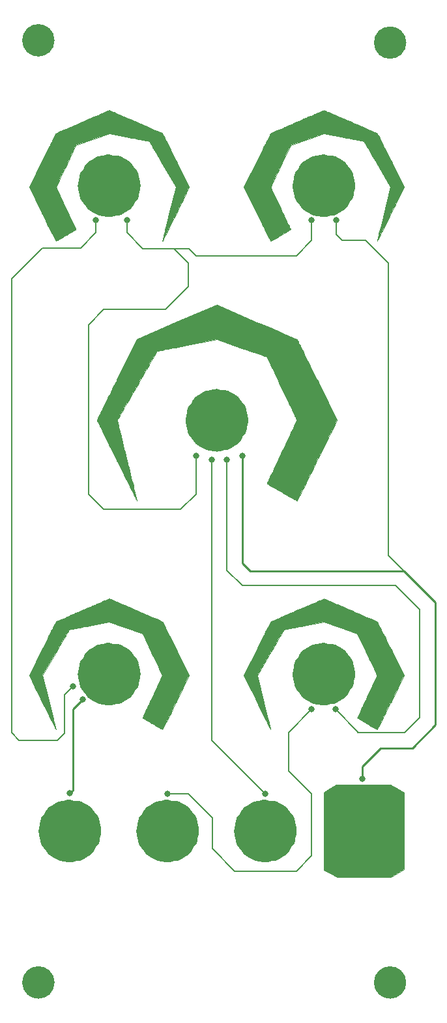
<source format=gtl>
G04 #@! TF.GenerationSoftware,KiCad,Pcbnew,(6.0.9)*
G04 #@! TF.CreationDate,2022-12-13T22:51:57+01:00*
G04 #@! TF.ProjectId,filter-face,66696c74-6572-42d6-9661-63652e6b6963,rev?*
G04 #@! TF.SameCoordinates,Original*
G04 #@! TF.FileFunction,Copper,L1,Top*
G04 #@! TF.FilePolarity,Positive*
%FSLAX46Y46*%
G04 Gerber Fmt 4.6, Leading zero omitted, Abs format (unit mm)*
G04 Created by KiCad (PCBNEW (6.0.9)) date 2022-12-13 22:51:57*
%MOMM*%
%LPD*%
G01*
G04 APERTURE LIST*
G04 #@! TA.AperFunction,NonConductor*
%ADD10C,4.104997*%
G04 #@! TD*
G04 #@! TA.AperFunction,NonConductor*
%ADD11C,2.100000*%
G04 #@! TD*
G04 #@! TA.AperFunction,EtchedComponent*
%ADD12C,0.010000*%
G04 #@! TD*
G04 #@! TA.AperFunction,ViaPad*
%ADD13C,0.800000*%
G04 #@! TD*
G04 #@! TA.AperFunction,Conductor*
%ADD14C,0.200000*%
G04 #@! TD*
G04 #@! TA.AperFunction,Conductor*
%ADD15C,0.250000*%
G04 #@! TD*
G04 APERTURE END LIST*
D10*
X38752498Y-105400000D02*
G75*
G03*
X38752498Y-105400000I-2052498J0D01*
G01*
X38752498Y-41900000D02*
G75*
G03*
X38752498Y-41900000I-2052498J0D01*
G01*
X66652498Y-41900000D02*
G75*
G03*
X66652498Y-41900000I-2052498J0D01*
G01*
X52752498Y-72400000D02*
G75*
G03*
X52752498Y-72400000I-2052498J0D01*
G01*
X66652498Y-105400000D02*
G75*
G03*
X66652498Y-105400000I-2052498J0D01*
G01*
X59052498Y-125800000D02*
G75*
G03*
X59052498Y-125800000I-2052498J0D01*
G01*
X46352498Y-125800000D02*
G75*
G03*
X46352498Y-125800000I-2052498J0D01*
G01*
X33652498Y-125800000D02*
G75*
G03*
X33652498Y-125800000I-2052498J0D01*
G01*
D11*
X28550000Y-145500000D02*
G75*
G03*
X28550000Y-145500000I-1050000J0D01*
G01*
X74250000Y-145500000D02*
G75*
G03*
X74250000Y-145500000I-1050000J0D01*
G01*
X74250000Y-23300000D02*
G75*
G03*
X74250000Y-23300000I-1050000J0D01*
G01*
X28550000Y-23000000D02*
G75*
G03*
X28550000Y-23000000I-1050000J0D01*
G01*
G36*
X36709317Y-95592329D02*
G01*
X36749693Y-95608614D01*
X36825314Y-95640244D01*
X36933790Y-95686185D01*
X37072731Y-95745400D01*
X37239746Y-95816855D01*
X37432446Y-95899514D01*
X37648442Y-95992343D01*
X37885342Y-96094305D01*
X38140758Y-96204367D01*
X38412299Y-96321492D01*
X38697575Y-96444645D01*
X38994197Y-96572792D01*
X39299774Y-96704897D01*
X39611917Y-96839924D01*
X39928235Y-96976840D01*
X40246340Y-97114607D01*
X40563840Y-97252192D01*
X40878346Y-97388559D01*
X41187468Y-97522673D01*
X41488816Y-97653498D01*
X41780000Y-97780000D01*
X42058631Y-97901143D01*
X42322317Y-98015892D01*
X42568671Y-98123212D01*
X42795300Y-98222068D01*
X42999817Y-98311424D01*
X43179829Y-98390245D01*
X43332949Y-98457496D01*
X43456785Y-98512142D01*
X43548949Y-98553148D01*
X43607049Y-98579478D01*
X43628696Y-98590098D01*
X43635807Y-98602329D01*
X43661022Y-98650493D01*
X43703336Y-98733315D01*
X43761807Y-98848905D01*
X43835492Y-98995372D01*
X43923449Y-99170827D01*
X44024736Y-99373378D01*
X44138409Y-99601136D01*
X44263527Y-99852211D01*
X44399146Y-100124712D01*
X44544326Y-100416749D01*
X44698122Y-100726432D01*
X44859593Y-101051870D01*
X45027796Y-101391174D01*
X45201789Y-101742453D01*
X45380628Y-102103817D01*
X47107380Y-105594322D01*
X45376614Y-109094638D01*
X45372288Y-109103386D01*
X45149387Y-109553988D01*
X44944477Y-109967807D01*
X44756945Y-110346057D01*
X44586179Y-110689953D01*
X44431564Y-111000708D01*
X44292488Y-111279537D01*
X44168337Y-111527655D01*
X44058497Y-111746276D01*
X43962356Y-111936614D01*
X43879300Y-112099884D01*
X43808716Y-112237299D01*
X43749991Y-112350075D01*
X43702510Y-112439425D01*
X43665661Y-112506564D01*
X43638830Y-112552707D01*
X43621405Y-112579067D01*
X43612771Y-112586859D01*
X43608698Y-112585352D01*
X43572703Y-112567230D01*
X43505468Y-112530667D01*
X43410571Y-112477741D01*
X43291589Y-112410529D01*
X43152101Y-112331110D01*
X42995684Y-112241561D01*
X42825915Y-112143960D01*
X42646372Y-112040386D01*
X42460633Y-111932915D01*
X42272275Y-111823626D01*
X42084877Y-111714596D01*
X41902015Y-111607904D01*
X41727268Y-111505627D01*
X41564213Y-111409843D01*
X41416427Y-111322630D01*
X41287489Y-111246066D01*
X41180976Y-111182228D01*
X41100466Y-111133195D01*
X41049537Y-111101044D01*
X41031765Y-111087854D01*
X41038657Y-111071190D01*
X41062632Y-111018154D01*
X41102808Y-110930920D01*
X41158168Y-110811651D01*
X41227700Y-110662510D01*
X41310388Y-110485662D01*
X41405217Y-110283270D01*
X41511172Y-110057498D01*
X41627240Y-109810508D01*
X41752405Y-109544465D01*
X41885653Y-109261533D01*
X42025969Y-108963874D01*
X42172337Y-108653652D01*
X42323745Y-108333031D01*
X43615725Y-105598311D01*
X43577870Y-105514277D01*
X43570920Y-105499262D01*
X43546078Y-105446243D01*
X43504917Y-105358716D01*
X43448505Y-105238944D01*
X43377910Y-105089190D01*
X43294202Y-104911717D01*
X43198447Y-104708790D01*
X43091714Y-104482670D01*
X42975071Y-104235621D01*
X42849587Y-103969907D01*
X42716329Y-103687791D01*
X42576367Y-103391535D01*
X42430767Y-103083404D01*
X42280598Y-102765660D01*
X41021182Y-100101076D01*
X38859353Y-99353107D01*
X36697523Y-98605137D01*
X34107436Y-99103509D01*
X33793088Y-99164013D01*
X33479821Y-99224346D01*
X33180658Y-99282002D01*
X32898096Y-99336496D01*
X32634631Y-99387346D01*
X32392761Y-99434069D01*
X32174983Y-99476182D01*
X31983794Y-99513203D01*
X31821691Y-99544648D01*
X31691173Y-99570034D01*
X31594735Y-99588879D01*
X31534875Y-99600700D01*
X31514091Y-99605013D01*
X31506297Y-99618279D01*
X31478474Y-99666206D01*
X31431543Y-99747244D01*
X31366613Y-99859471D01*
X31284795Y-100000963D01*
X31187203Y-100169797D01*
X31074945Y-100364050D01*
X30949133Y-100581800D01*
X30810879Y-100821122D01*
X30661294Y-101080094D01*
X30501488Y-101356792D01*
X30332573Y-101649295D01*
X30155660Y-101955677D01*
X29971860Y-102274017D01*
X29782284Y-102602392D01*
X28053735Y-105596640D01*
X28914978Y-109079392D01*
X28926102Y-109124373D01*
X29018642Y-109498439D01*
X29108440Y-109861172D01*
X29194965Y-110210446D01*
X29277689Y-110544135D01*
X29356084Y-110860113D01*
X29429619Y-111156253D01*
X29497766Y-111430429D01*
X29559997Y-111680516D01*
X29615781Y-111904388D01*
X29664590Y-112099917D01*
X29705894Y-112264978D01*
X29739166Y-112397445D01*
X29763876Y-112495191D01*
X29779494Y-112556092D01*
X29785493Y-112578019D01*
X29787025Y-112581306D01*
X29776945Y-112593894D01*
X29774513Y-112591007D01*
X29755841Y-112558277D01*
X29720297Y-112491172D01*
X29669189Y-112392285D01*
X29603824Y-112264211D01*
X29525509Y-112109542D01*
X29435550Y-111930871D01*
X29335255Y-111730793D01*
X29225931Y-111511900D01*
X29108885Y-111276786D01*
X28985424Y-111028045D01*
X28856855Y-110768269D01*
X28831865Y-110717705D01*
X28675402Y-110401192D01*
X28506570Y-110059746D01*
X28328824Y-109700354D01*
X28145624Y-109330004D01*
X27960426Y-108955684D01*
X27776687Y-108584381D01*
X27597866Y-108223084D01*
X27427420Y-107878779D01*
X27268806Y-107558455D01*
X27125482Y-107269098D01*
X26296379Y-105595553D01*
X28023878Y-102104466D01*
X28157929Y-101833648D01*
X28333305Y-101479604D01*
X28503134Y-101137051D01*
X28666473Y-100807881D01*
X28822380Y-100493982D01*
X28969910Y-100197246D01*
X29108122Y-99919563D01*
X29236073Y-99662823D01*
X29352819Y-99428917D01*
X29457418Y-99219734D01*
X29548926Y-99037164D01*
X29626401Y-98883099D01*
X29688901Y-98759429D01*
X29735481Y-98668043D01*
X29765199Y-98610833D01*
X29777112Y-98589688D01*
X29783199Y-98586403D01*
X29823327Y-98567778D01*
X29898714Y-98533966D01*
X30006968Y-98486002D01*
X30145701Y-98424920D01*
X30312523Y-98351755D01*
X30505044Y-98267543D01*
X30720875Y-98173317D01*
X30957627Y-98070113D01*
X31212910Y-97958966D01*
X31484334Y-97840910D01*
X31769510Y-97716980D01*
X32066049Y-97588212D01*
X32371560Y-97455639D01*
X32683656Y-97320296D01*
X32999945Y-97183219D01*
X33318038Y-97045443D01*
X33635547Y-96908001D01*
X33950081Y-96771930D01*
X34259251Y-96638263D01*
X34560667Y-96508036D01*
X34851940Y-96382282D01*
X35130681Y-96262039D01*
X35394500Y-96148339D01*
X35641007Y-96042218D01*
X35867813Y-95944710D01*
X36072529Y-95856851D01*
X36252764Y-95779675D01*
X36406130Y-95714218D01*
X36530237Y-95661513D01*
X36622695Y-95622596D01*
X36681116Y-95598501D01*
X36703108Y-95590264D01*
X36709317Y-95592329D01*
G37*
D12*
X36709317Y-95592329D02*
X36749693Y-95608614D01*
X36825314Y-95640244D01*
X36933790Y-95686185D01*
X37072731Y-95745400D01*
X37239746Y-95816855D01*
X37432446Y-95899514D01*
X37648442Y-95992343D01*
X37885342Y-96094305D01*
X38140758Y-96204367D01*
X38412299Y-96321492D01*
X38697575Y-96444645D01*
X38994197Y-96572792D01*
X39299774Y-96704897D01*
X39611917Y-96839924D01*
X39928235Y-96976840D01*
X40246340Y-97114607D01*
X40563840Y-97252192D01*
X40878346Y-97388559D01*
X41187468Y-97522673D01*
X41488816Y-97653498D01*
X41780000Y-97780000D01*
X42058631Y-97901143D01*
X42322317Y-98015892D01*
X42568671Y-98123212D01*
X42795300Y-98222068D01*
X42999817Y-98311424D01*
X43179829Y-98390245D01*
X43332949Y-98457496D01*
X43456785Y-98512142D01*
X43548949Y-98553148D01*
X43607049Y-98579478D01*
X43628696Y-98590098D01*
X43635807Y-98602329D01*
X43661022Y-98650493D01*
X43703336Y-98733315D01*
X43761807Y-98848905D01*
X43835492Y-98995372D01*
X43923449Y-99170827D01*
X44024736Y-99373378D01*
X44138409Y-99601136D01*
X44263527Y-99852211D01*
X44399146Y-100124712D01*
X44544326Y-100416749D01*
X44698122Y-100726432D01*
X44859593Y-101051870D01*
X45027796Y-101391174D01*
X45201789Y-101742453D01*
X45380628Y-102103817D01*
X47107380Y-105594322D01*
X45376614Y-109094638D01*
X45372288Y-109103386D01*
X45149387Y-109553988D01*
X44944477Y-109967807D01*
X44756945Y-110346057D01*
X44586179Y-110689953D01*
X44431564Y-111000708D01*
X44292488Y-111279537D01*
X44168337Y-111527655D01*
X44058497Y-111746276D01*
X43962356Y-111936614D01*
X43879300Y-112099884D01*
X43808716Y-112237299D01*
X43749991Y-112350075D01*
X43702510Y-112439425D01*
X43665661Y-112506564D01*
X43638830Y-112552707D01*
X43621405Y-112579067D01*
X43612771Y-112586859D01*
X43608698Y-112585352D01*
X43572703Y-112567230D01*
X43505468Y-112530667D01*
X43410571Y-112477741D01*
X43291589Y-112410529D01*
X43152101Y-112331110D01*
X42995684Y-112241561D01*
X42825915Y-112143960D01*
X42646372Y-112040386D01*
X42460633Y-111932915D01*
X42272275Y-111823626D01*
X42084877Y-111714596D01*
X41902015Y-111607904D01*
X41727268Y-111505627D01*
X41564213Y-111409843D01*
X41416427Y-111322630D01*
X41287489Y-111246066D01*
X41180976Y-111182228D01*
X41100466Y-111133195D01*
X41049537Y-111101044D01*
X41031765Y-111087854D01*
X41038657Y-111071190D01*
X41062632Y-111018154D01*
X41102808Y-110930920D01*
X41158168Y-110811651D01*
X41227700Y-110662510D01*
X41310388Y-110485662D01*
X41405217Y-110283270D01*
X41511172Y-110057498D01*
X41627240Y-109810508D01*
X41752405Y-109544465D01*
X41885653Y-109261533D01*
X42025969Y-108963874D01*
X42172337Y-108653652D01*
X42323745Y-108333031D01*
X43615725Y-105598311D01*
X43577870Y-105514277D01*
X43570920Y-105499262D01*
X43546078Y-105446243D01*
X43504917Y-105358716D01*
X43448505Y-105238944D01*
X43377910Y-105089190D01*
X43294202Y-104911717D01*
X43198447Y-104708790D01*
X43091714Y-104482670D01*
X42975071Y-104235621D01*
X42849587Y-103969907D01*
X42716329Y-103687791D01*
X42576367Y-103391535D01*
X42430767Y-103083404D01*
X42280598Y-102765660D01*
X41021182Y-100101076D01*
X38859353Y-99353107D01*
X36697523Y-98605137D01*
X34107436Y-99103509D01*
X33793088Y-99164013D01*
X33479821Y-99224346D01*
X33180658Y-99282002D01*
X32898096Y-99336496D01*
X32634631Y-99387346D01*
X32392761Y-99434069D01*
X32174983Y-99476182D01*
X31983794Y-99513203D01*
X31821691Y-99544648D01*
X31691173Y-99570034D01*
X31594735Y-99588879D01*
X31534875Y-99600700D01*
X31514091Y-99605013D01*
X31506297Y-99618279D01*
X31478474Y-99666206D01*
X31431543Y-99747244D01*
X31366613Y-99859471D01*
X31284795Y-100000963D01*
X31187203Y-100169797D01*
X31074945Y-100364050D01*
X30949133Y-100581800D01*
X30810879Y-100821122D01*
X30661294Y-101080094D01*
X30501488Y-101356792D01*
X30332573Y-101649295D01*
X30155660Y-101955677D01*
X29971860Y-102274017D01*
X29782284Y-102602392D01*
X28053735Y-105596640D01*
X28914978Y-109079392D01*
X28926102Y-109124373D01*
X29018642Y-109498439D01*
X29108440Y-109861172D01*
X29194965Y-110210446D01*
X29277689Y-110544135D01*
X29356084Y-110860113D01*
X29429619Y-111156253D01*
X29497766Y-111430429D01*
X29559997Y-111680516D01*
X29615781Y-111904388D01*
X29664590Y-112099917D01*
X29705894Y-112264978D01*
X29739166Y-112397445D01*
X29763876Y-112495191D01*
X29779494Y-112556092D01*
X29785493Y-112578019D01*
X29787025Y-112581306D01*
X29776945Y-112593894D01*
X29774513Y-112591007D01*
X29755841Y-112558277D01*
X29720297Y-112491172D01*
X29669189Y-112392285D01*
X29603824Y-112264211D01*
X29525509Y-112109542D01*
X29435550Y-111930871D01*
X29335255Y-111730793D01*
X29225931Y-111511900D01*
X29108885Y-111276786D01*
X28985424Y-111028045D01*
X28856855Y-110768269D01*
X28831865Y-110717705D01*
X28675402Y-110401192D01*
X28506570Y-110059746D01*
X28328824Y-109700354D01*
X28145624Y-109330004D01*
X27960426Y-108955684D01*
X27776687Y-108584381D01*
X27597866Y-108223084D01*
X27427420Y-107878779D01*
X27268806Y-107558455D01*
X27125482Y-107269098D01*
X26296379Y-105595553D01*
X28023878Y-102104466D01*
X28157929Y-101833648D01*
X28333305Y-101479604D01*
X28503134Y-101137051D01*
X28666473Y-100807881D01*
X28822380Y-100493982D01*
X28969910Y-100197246D01*
X29108122Y-99919563D01*
X29236073Y-99662823D01*
X29352819Y-99428917D01*
X29457418Y-99219734D01*
X29548926Y-99037164D01*
X29626401Y-98883099D01*
X29688901Y-98759429D01*
X29735481Y-98668043D01*
X29765199Y-98610833D01*
X29777112Y-98589688D01*
X29783199Y-98586403D01*
X29823327Y-98567778D01*
X29898714Y-98533966D01*
X30006968Y-98486002D01*
X30145701Y-98424920D01*
X30312523Y-98351755D01*
X30505044Y-98267543D01*
X30720875Y-98173317D01*
X30957627Y-98070113D01*
X31212910Y-97958966D01*
X31484334Y-97840910D01*
X31769510Y-97716980D01*
X32066049Y-97588212D01*
X32371560Y-97455639D01*
X32683656Y-97320296D01*
X32999945Y-97183219D01*
X33318038Y-97045443D01*
X33635547Y-96908001D01*
X33950081Y-96771930D01*
X34259251Y-96638263D01*
X34560667Y-96508036D01*
X34851940Y-96382282D01*
X35130681Y-96262039D01*
X35394500Y-96148339D01*
X35641007Y-96042218D01*
X35867813Y-95944710D01*
X36072529Y-95856851D01*
X36252764Y-95779675D01*
X36406130Y-95714218D01*
X36530237Y-95661513D01*
X36622695Y-95622596D01*
X36681116Y-95598501D01*
X36703108Y-95590264D01*
X36709317Y-95592329D01*
G36*
X55905559Y-59625786D02*
G01*
X56352551Y-59819404D01*
X56789356Y-60008712D01*
X57214382Y-60193016D01*
X57626037Y-60371622D01*
X58022731Y-60543836D01*
X58402870Y-60708966D01*
X58764864Y-60866317D01*
X59107122Y-61015196D01*
X59428050Y-61154910D01*
X59726059Y-61284764D01*
X59999555Y-61404066D01*
X60246948Y-61512122D01*
X60466646Y-61608238D01*
X60657058Y-61691721D01*
X60816591Y-61761877D01*
X60943654Y-61818013D01*
X61036656Y-61859435D01*
X61094004Y-61885450D01*
X61114108Y-61895364D01*
X61114117Y-61895383D01*
X61123851Y-61915501D01*
X61151611Y-61972023D01*
X61196636Y-62063411D01*
X61258169Y-62188131D01*
X61335449Y-62344648D01*
X61427717Y-62531426D01*
X61534215Y-62746930D01*
X61654183Y-62989626D01*
X61786861Y-63257977D01*
X61931492Y-63550449D01*
X62087314Y-63865506D01*
X62253570Y-64201613D01*
X62429500Y-64557235D01*
X62614345Y-64930837D01*
X62807345Y-65320884D01*
X63007742Y-65725839D01*
X63214776Y-66144169D01*
X63427688Y-66574338D01*
X63645719Y-67014810D01*
X63710659Y-67145995D01*
X66301721Y-72380167D01*
X65999226Y-72998100D01*
X65942294Y-73114171D01*
X65870129Y-73260920D01*
X65783678Y-73436435D01*
X65683887Y-73638806D01*
X65571703Y-73866123D01*
X65448073Y-74116476D01*
X65313943Y-74387955D01*
X65170259Y-74678648D01*
X65017968Y-74986646D01*
X64858016Y-75310039D01*
X64691351Y-75646916D01*
X64518919Y-75995367D01*
X64341666Y-76353481D01*
X64160538Y-76719349D01*
X63976483Y-77091060D01*
X63790447Y-77466704D01*
X63603377Y-77844370D01*
X63416218Y-78222148D01*
X63229918Y-78598129D01*
X63045424Y-78970400D01*
X62863681Y-79337053D01*
X62685636Y-79696178D01*
X62512236Y-80045862D01*
X62344427Y-80384198D01*
X62183156Y-80709273D01*
X62029370Y-81019178D01*
X61884014Y-81312003D01*
X61748037Y-81585837D01*
X61622383Y-81838770D01*
X61508000Y-82068891D01*
X61405834Y-82274291D01*
X61316832Y-82453060D01*
X61241940Y-82603285D01*
X61182105Y-82723059D01*
X61138274Y-82810469D01*
X61111392Y-82863607D01*
X61102443Y-82880584D01*
X61083346Y-82871539D01*
X61030471Y-82843040D01*
X60946729Y-82796750D01*
X60835030Y-82734333D01*
X60698286Y-82657452D01*
X60539408Y-82567771D01*
X60361308Y-82466952D01*
X60166897Y-82356658D01*
X59959087Y-82238554D01*
X59740788Y-82114303D01*
X59514912Y-81985567D01*
X59284371Y-81854010D01*
X59052076Y-81721295D01*
X58820937Y-81589086D01*
X58593867Y-81459045D01*
X58373776Y-81332837D01*
X58163577Y-81212124D01*
X57966180Y-81098569D01*
X57784496Y-80993837D01*
X57621438Y-80899590D01*
X57479916Y-80817491D01*
X57362842Y-80749204D01*
X57273127Y-80696392D01*
X57213682Y-80660719D01*
X57187585Y-80643977D01*
X57195985Y-80624735D01*
X57221656Y-80568969D01*
X57263776Y-80478426D01*
X57321522Y-80354853D01*
X57394073Y-80199999D01*
X57480606Y-80015610D01*
X57580298Y-79803433D01*
X57692327Y-79565218D01*
X57815870Y-79302709D01*
X57950106Y-79017657D01*
X58094212Y-78711806D01*
X58247365Y-78386906D01*
X58408743Y-78044704D01*
X58577523Y-77686946D01*
X58752884Y-77315381D01*
X58934002Y-76931755D01*
X59120056Y-76537817D01*
X59130484Y-76515741D01*
X59320862Y-76112466D01*
X59505611Y-75720601D01*
X59683944Y-75341836D01*
X59855074Y-74977859D01*
X60018215Y-74630358D01*
X60172581Y-74301022D01*
X60317383Y-73991540D01*
X60451836Y-73703598D01*
X60575154Y-73438888D01*
X60686548Y-73199095D01*
X60785233Y-72985910D01*
X60870423Y-72801021D01*
X60941329Y-72646116D01*
X60997166Y-72522883D01*
X61037147Y-72433011D01*
X61060485Y-72378189D01*
X61066613Y-72360222D01*
X61056950Y-72339361D01*
X61030235Y-72282381D01*
X60987479Y-72191424D01*
X60929694Y-72068631D01*
X60857889Y-71916146D01*
X60773076Y-71736110D01*
X60676266Y-71530667D01*
X60568468Y-71301958D01*
X60450695Y-71052126D01*
X60323956Y-70783314D01*
X60189263Y-70497663D01*
X60047625Y-70197316D01*
X59900055Y-69884416D01*
X59747563Y-69561105D01*
X59591160Y-69229525D01*
X59431855Y-68891819D01*
X59270661Y-68550129D01*
X59108588Y-68206598D01*
X58946646Y-67863367D01*
X58785847Y-67522580D01*
X58627201Y-67186379D01*
X58471719Y-66856905D01*
X58320412Y-66536302D01*
X58174291Y-66226712D01*
X58034366Y-65930277D01*
X57901648Y-65649140D01*
X57777147Y-65385443D01*
X57661876Y-65141328D01*
X57556844Y-64918939D01*
X57463062Y-64720416D01*
X57381541Y-64547903D01*
X57313292Y-64403543D01*
X57259325Y-64289476D01*
X57220652Y-64207847D01*
X57198283Y-64160797D01*
X57192827Y-64149513D01*
X57172847Y-64142151D01*
X57114969Y-64121671D01*
X57021297Y-64088807D01*
X56893937Y-64044290D01*
X56734994Y-63988852D01*
X56546573Y-63923225D01*
X56330780Y-63848141D01*
X56089721Y-63764332D01*
X55825499Y-63672530D01*
X55540221Y-63573467D01*
X55235992Y-63467875D01*
X54914917Y-63356486D01*
X54579102Y-63240032D01*
X54230651Y-63119245D01*
X53945829Y-63020549D01*
X50701780Y-61896604D01*
X46818280Y-62644039D01*
X46419499Y-62720833D01*
X46031844Y-62795568D01*
X45657363Y-62867846D01*
X45298103Y-62937268D01*
X44956111Y-63003438D01*
X44633433Y-63065955D01*
X44332118Y-63124422D01*
X44054211Y-63178441D01*
X43801759Y-63227614D01*
X43576811Y-63271541D01*
X43381412Y-63309826D01*
X43217610Y-63342070D01*
X43087452Y-63367874D01*
X42992984Y-63386841D01*
X42936254Y-63398572D01*
X42919183Y-63402586D01*
X42907080Y-63421839D01*
X42874976Y-63475847D01*
X42823979Y-63562693D01*
X42755194Y-63680460D01*
X42669727Y-63827231D01*
X42568686Y-64001088D01*
X42453174Y-64200116D01*
X42324300Y-64422395D01*
X42183169Y-64666011D01*
X42030888Y-64929045D01*
X41868561Y-65209580D01*
X41697296Y-65505699D01*
X41518199Y-65815485D01*
X41332376Y-66137022D01*
X41140932Y-66468391D01*
X40944975Y-66807676D01*
X40745610Y-67152960D01*
X40543943Y-67502325D01*
X40341081Y-67853855D01*
X40138130Y-68205632D01*
X39936195Y-68555740D01*
X39736383Y-68902260D01*
X39539801Y-69243277D01*
X39347553Y-69576873D01*
X39160748Y-69901131D01*
X38980489Y-70214133D01*
X38807885Y-70513964D01*
X38644040Y-70798704D01*
X38490061Y-71066439D01*
X38347055Y-71315250D01*
X38216127Y-71543220D01*
X38098383Y-71748432D01*
X37994929Y-71928969D01*
X37906873Y-72082914D01*
X37835319Y-72208351D01*
X37781375Y-72303361D01*
X37746145Y-72366028D01*
X37730737Y-72394434D01*
X37730111Y-72395947D01*
X37735127Y-72417862D01*
X37749891Y-72479137D01*
X37773974Y-72578036D01*
X37806949Y-72712828D01*
X37848390Y-72881778D01*
X37897869Y-73083153D01*
X37954958Y-73315219D01*
X38019230Y-73576243D01*
X38090258Y-73864492D01*
X38167614Y-74178231D01*
X38250871Y-74515727D01*
X38339601Y-74875248D01*
X38433378Y-75255058D01*
X38531774Y-75653425D01*
X38634362Y-76068616D01*
X38740713Y-76498896D01*
X38850402Y-76942532D01*
X38963000Y-77397791D01*
X39022250Y-77637295D01*
X39136157Y-78097874D01*
X39247330Y-78547728D01*
X39355341Y-78985125D01*
X39459767Y-79408330D01*
X39560181Y-79815612D01*
X39656159Y-80205235D01*
X39747275Y-80575467D01*
X39833104Y-80924574D01*
X39913221Y-81250823D01*
X39987201Y-81552481D01*
X40054618Y-81827813D01*
X40115047Y-82075087D01*
X40168062Y-82292570D01*
X40213239Y-82478527D01*
X40250153Y-82631226D01*
X40278377Y-82748933D01*
X40297487Y-82829914D01*
X40307058Y-82872436D01*
X40308125Y-82878770D01*
X40298338Y-82861648D01*
X40270553Y-82808096D01*
X40225528Y-82719636D01*
X40164020Y-82597788D01*
X40086786Y-82444074D01*
X39994584Y-82260017D01*
X39888172Y-82047137D01*
X39768306Y-81806956D01*
X39635745Y-81540996D01*
X39491245Y-81250779D01*
X39335565Y-80937825D01*
X39169461Y-80603657D01*
X38993692Y-80249795D01*
X38809014Y-79877763D01*
X38616186Y-79489080D01*
X38415964Y-79085269D01*
X38209107Y-78667852D01*
X37996371Y-78238349D01*
X37778514Y-77798283D01*
X37708945Y-77657708D01*
X37489477Y-77214149D01*
X37274912Y-76780383D01*
X37066007Y-76357948D01*
X36863521Y-75948383D01*
X36668213Y-75553224D01*
X36480842Y-75174010D01*
X36302165Y-74812279D01*
X36132943Y-74469569D01*
X35973932Y-74147416D01*
X35825893Y-73847360D01*
X35689584Y-73570937D01*
X35565763Y-73319687D01*
X35455189Y-73095145D01*
X35358620Y-72898851D01*
X35276816Y-72732343D01*
X35210536Y-72597157D01*
X35160536Y-72494832D01*
X35127578Y-72426906D01*
X35112418Y-72394916D01*
X35111454Y-72392554D01*
X35120341Y-72371681D01*
X35147280Y-72314418D01*
X35191515Y-72222302D01*
X35252290Y-72096869D01*
X35328850Y-71939654D01*
X35420439Y-71752195D01*
X35526301Y-71536028D01*
X35645680Y-71292689D01*
X35777821Y-71023714D01*
X35921968Y-70730640D01*
X36077364Y-70415003D01*
X36243256Y-70078340D01*
X36418886Y-69722185D01*
X36603498Y-69348077D01*
X36796338Y-68957551D01*
X36996649Y-68552143D01*
X37203676Y-68133390D01*
X37416663Y-67702828D01*
X37634854Y-67261994D01*
X37704371Y-67121594D01*
X40301861Y-61875989D01*
X45502171Y-59624309D01*
X50702480Y-57372628D01*
X55905559Y-59625786D01*
G37*
X55905559Y-59625786D02*
X56352551Y-59819404D01*
X56789356Y-60008712D01*
X57214382Y-60193016D01*
X57626037Y-60371622D01*
X58022731Y-60543836D01*
X58402870Y-60708966D01*
X58764864Y-60866317D01*
X59107122Y-61015196D01*
X59428050Y-61154910D01*
X59726059Y-61284764D01*
X59999555Y-61404066D01*
X60246948Y-61512122D01*
X60466646Y-61608238D01*
X60657058Y-61691721D01*
X60816591Y-61761877D01*
X60943654Y-61818013D01*
X61036656Y-61859435D01*
X61094004Y-61885450D01*
X61114108Y-61895364D01*
X61114117Y-61895383D01*
X61123851Y-61915501D01*
X61151611Y-61972023D01*
X61196636Y-62063411D01*
X61258169Y-62188131D01*
X61335449Y-62344648D01*
X61427717Y-62531426D01*
X61534215Y-62746930D01*
X61654183Y-62989626D01*
X61786861Y-63257977D01*
X61931492Y-63550449D01*
X62087314Y-63865506D01*
X62253570Y-64201613D01*
X62429500Y-64557235D01*
X62614345Y-64930837D01*
X62807345Y-65320884D01*
X63007742Y-65725839D01*
X63214776Y-66144169D01*
X63427688Y-66574338D01*
X63645719Y-67014810D01*
X63710659Y-67145995D01*
X66301721Y-72380167D01*
X65999226Y-72998100D01*
X65942294Y-73114171D01*
X65870129Y-73260920D01*
X65783678Y-73436435D01*
X65683887Y-73638806D01*
X65571703Y-73866123D01*
X65448073Y-74116476D01*
X65313943Y-74387955D01*
X65170259Y-74678648D01*
X65017968Y-74986646D01*
X64858016Y-75310039D01*
X64691351Y-75646916D01*
X64518919Y-75995367D01*
X64341666Y-76353481D01*
X64160538Y-76719349D01*
X63976483Y-77091060D01*
X63790447Y-77466704D01*
X63603377Y-77844370D01*
X63416218Y-78222148D01*
X63229918Y-78598129D01*
X63045424Y-78970400D01*
X62863681Y-79337053D01*
X62685636Y-79696178D01*
X62512236Y-80045862D01*
X62344427Y-80384198D01*
X62183156Y-80709273D01*
X62029370Y-81019178D01*
X61884014Y-81312003D01*
X61748037Y-81585837D01*
X61622383Y-81838770D01*
X61508000Y-82068891D01*
X61405834Y-82274291D01*
X61316832Y-82453060D01*
X61241940Y-82603285D01*
X61182105Y-82723059D01*
X61138274Y-82810469D01*
X61111392Y-82863607D01*
X61102443Y-82880584D01*
X61083346Y-82871539D01*
X61030471Y-82843040D01*
X60946729Y-82796750D01*
X60835030Y-82734333D01*
X60698286Y-82657452D01*
X60539408Y-82567771D01*
X60361308Y-82466952D01*
X60166897Y-82356658D01*
X59959087Y-82238554D01*
X59740788Y-82114303D01*
X59514912Y-81985567D01*
X59284371Y-81854010D01*
X59052076Y-81721295D01*
X58820937Y-81589086D01*
X58593867Y-81459045D01*
X58373776Y-81332837D01*
X58163577Y-81212124D01*
X57966180Y-81098569D01*
X57784496Y-80993837D01*
X57621438Y-80899590D01*
X57479916Y-80817491D01*
X57362842Y-80749204D01*
X57273127Y-80696392D01*
X57213682Y-80660719D01*
X57187585Y-80643977D01*
X57195985Y-80624735D01*
X57221656Y-80568969D01*
X57263776Y-80478426D01*
X57321522Y-80354853D01*
X57394073Y-80199999D01*
X57480606Y-80015610D01*
X57580298Y-79803433D01*
X57692327Y-79565218D01*
X57815870Y-79302709D01*
X57950106Y-79017657D01*
X58094212Y-78711806D01*
X58247365Y-78386906D01*
X58408743Y-78044704D01*
X58577523Y-77686946D01*
X58752884Y-77315381D01*
X58934002Y-76931755D01*
X59120056Y-76537817D01*
X59130484Y-76515741D01*
X59320862Y-76112466D01*
X59505611Y-75720601D01*
X59683944Y-75341836D01*
X59855074Y-74977859D01*
X60018215Y-74630358D01*
X60172581Y-74301022D01*
X60317383Y-73991540D01*
X60451836Y-73703598D01*
X60575154Y-73438888D01*
X60686548Y-73199095D01*
X60785233Y-72985910D01*
X60870423Y-72801021D01*
X60941329Y-72646116D01*
X60997166Y-72522883D01*
X61037147Y-72433011D01*
X61060485Y-72378189D01*
X61066613Y-72360222D01*
X61056950Y-72339361D01*
X61030235Y-72282381D01*
X60987479Y-72191424D01*
X60929694Y-72068631D01*
X60857889Y-71916146D01*
X60773076Y-71736110D01*
X60676266Y-71530667D01*
X60568468Y-71301958D01*
X60450695Y-71052126D01*
X60323956Y-70783314D01*
X60189263Y-70497663D01*
X60047625Y-70197316D01*
X59900055Y-69884416D01*
X59747563Y-69561105D01*
X59591160Y-69229525D01*
X59431855Y-68891819D01*
X59270661Y-68550129D01*
X59108588Y-68206598D01*
X58946646Y-67863367D01*
X58785847Y-67522580D01*
X58627201Y-67186379D01*
X58471719Y-66856905D01*
X58320412Y-66536302D01*
X58174291Y-66226712D01*
X58034366Y-65930277D01*
X57901648Y-65649140D01*
X57777147Y-65385443D01*
X57661876Y-65141328D01*
X57556844Y-64918939D01*
X57463062Y-64720416D01*
X57381541Y-64547903D01*
X57313292Y-64403543D01*
X57259325Y-64289476D01*
X57220652Y-64207847D01*
X57198283Y-64160797D01*
X57192827Y-64149513D01*
X57172847Y-64142151D01*
X57114969Y-64121671D01*
X57021297Y-64088807D01*
X56893937Y-64044290D01*
X56734994Y-63988852D01*
X56546573Y-63923225D01*
X56330780Y-63848141D01*
X56089721Y-63764332D01*
X55825499Y-63672530D01*
X55540221Y-63573467D01*
X55235992Y-63467875D01*
X54914917Y-63356486D01*
X54579102Y-63240032D01*
X54230651Y-63119245D01*
X53945829Y-63020549D01*
X50701780Y-61896604D01*
X46818280Y-62644039D01*
X46419499Y-62720833D01*
X46031844Y-62795568D01*
X45657363Y-62867846D01*
X45298103Y-62937268D01*
X44956111Y-63003438D01*
X44633433Y-63065955D01*
X44332118Y-63124422D01*
X44054211Y-63178441D01*
X43801759Y-63227614D01*
X43576811Y-63271541D01*
X43381412Y-63309826D01*
X43217610Y-63342070D01*
X43087452Y-63367874D01*
X42992984Y-63386841D01*
X42936254Y-63398572D01*
X42919183Y-63402586D01*
X42907080Y-63421839D01*
X42874976Y-63475847D01*
X42823979Y-63562693D01*
X42755194Y-63680460D01*
X42669727Y-63827231D01*
X42568686Y-64001088D01*
X42453174Y-64200116D01*
X42324300Y-64422395D01*
X42183169Y-64666011D01*
X42030888Y-64929045D01*
X41868561Y-65209580D01*
X41697296Y-65505699D01*
X41518199Y-65815485D01*
X41332376Y-66137022D01*
X41140932Y-66468391D01*
X40944975Y-66807676D01*
X40745610Y-67152960D01*
X40543943Y-67502325D01*
X40341081Y-67853855D01*
X40138130Y-68205632D01*
X39936195Y-68555740D01*
X39736383Y-68902260D01*
X39539801Y-69243277D01*
X39347553Y-69576873D01*
X39160748Y-69901131D01*
X38980489Y-70214133D01*
X38807885Y-70513964D01*
X38644040Y-70798704D01*
X38490061Y-71066439D01*
X38347055Y-71315250D01*
X38216127Y-71543220D01*
X38098383Y-71748432D01*
X37994929Y-71928969D01*
X37906873Y-72082914D01*
X37835319Y-72208351D01*
X37781375Y-72303361D01*
X37746145Y-72366028D01*
X37730737Y-72394434D01*
X37730111Y-72395947D01*
X37735127Y-72417862D01*
X37749891Y-72479137D01*
X37773974Y-72578036D01*
X37806949Y-72712828D01*
X37848390Y-72881778D01*
X37897869Y-73083153D01*
X37954958Y-73315219D01*
X38019230Y-73576243D01*
X38090258Y-73864492D01*
X38167614Y-74178231D01*
X38250871Y-74515727D01*
X38339601Y-74875248D01*
X38433378Y-75255058D01*
X38531774Y-75653425D01*
X38634362Y-76068616D01*
X38740713Y-76498896D01*
X38850402Y-76942532D01*
X38963000Y-77397791D01*
X39022250Y-77637295D01*
X39136157Y-78097874D01*
X39247330Y-78547728D01*
X39355341Y-78985125D01*
X39459767Y-79408330D01*
X39560181Y-79815612D01*
X39656159Y-80205235D01*
X39747275Y-80575467D01*
X39833104Y-80924574D01*
X39913221Y-81250823D01*
X39987201Y-81552481D01*
X40054618Y-81827813D01*
X40115047Y-82075087D01*
X40168062Y-82292570D01*
X40213239Y-82478527D01*
X40250153Y-82631226D01*
X40278377Y-82748933D01*
X40297487Y-82829914D01*
X40307058Y-82872436D01*
X40308125Y-82878770D01*
X40298338Y-82861648D01*
X40270553Y-82808096D01*
X40225528Y-82719636D01*
X40164020Y-82597788D01*
X40086786Y-82444074D01*
X39994584Y-82260017D01*
X39888172Y-82047137D01*
X39768306Y-81806956D01*
X39635745Y-81540996D01*
X39491245Y-81250779D01*
X39335565Y-80937825D01*
X39169461Y-80603657D01*
X38993692Y-80249795D01*
X38809014Y-79877763D01*
X38616186Y-79489080D01*
X38415964Y-79085269D01*
X38209107Y-78667852D01*
X37996371Y-78238349D01*
X37778514Y-77798283D01*
X37708945Y-77657708D01*
X37489477Y-77214149D01*
X37274912Y-76780383D01*
X37066007Y-76357948D01*
X36863521Y-75948383D01*
X36668213Y-75553224D01*
X36480842Y-75174010D01*
X36302165Y-74812279D01*
X36132943Y-74469569D01*
X35973932Y-74147416D01*
X35825893Y-73847360D01*
X35689584Y-73570937D01*
X35565763Y-73319687D01*
X35455189Y-73095145D01*
X35358620Y-72898851D01*
X35276816Y-72732343D01*
X35210536Y-72597157D01*
X35160536Y-72494832D01*
X35127578Y-72426906D01*
X35112418Y-72394916D01*
X35111454Y-72392554D01*
X35120341Y-72371681D01*
X35147280Y-72314418D01*
X35191515Y-72222302D01*
X35252290Y-72096869D01*
X35328850Y-71939654D01*
X35420439Y-71752195D01*
X35526301Y-71536028D01*
X35645680Y-71292689D01*
X35777821Y-71023714D01*
X35921968Y-70730640D01*
X36077364Y-70415003D01*
X36243256Y-70078340D01*
X36418886Y-69722185D01*
X36603498Y-69348077D01*
X36796338Y-68957551D01*
X36996649Y-68552143D01*
X37203676Y-68133390D01*
X37416663Y-67702828D01*
X37634854Y-67261994D01*
X37704371Y-67121594D01*
X40301861Y-61875989D01*
X45502171Y-59624309D01*
X50702480Y-57372628D01*
X55905559Y-59625786D01*
G36*
X64609317Y-95592329D02*
G01*
X64649693Y-95608614D01*
X64725314Y-95640244D01*
X64833790Y-95686185D01*
X64972731Y-95745400D01*
X65139746Y-95816855D01*
X65332446Y-95899514D01*
X65548442Y-95992343D01*
X65785342Y-96094305D01*
X66040758Y-96204367D01*
X66312299Y-96321492D01*
X66597575Y-96444645D01*
X66894197Y-96572792D01*
X67199774Y-96704897D01*
X67511917Y-96839924D01*
X67828235Y-96976840D01*
X68146340Y-97114607D01*
X68463840Y-97252192D01*
X68778346Y-97388559D01*
X69087468Y-97522673D01*
X69388816Y-97653498D01*
X69680000Y-97780000D01*
X69958631Y-97901143D01*
X70222317Y-98015892D01*
X70468671Y-98123212D01*
X70695300Y-98222068D01*
X70899817Y-98311424D01*
X71079829Y-98390245D01*
X71232949Y-98457496D01*
X71356785Y-98512142D01*
X71448949Y-98553148D01*
X71507049Y-98579478D01*
X71528696Y-98590098D01*
X71535807Y-98602329D01*
X71561022Y-98650493D01*
X71603336Y-98733315D01*
X71661807Y-98848905D01*
X71735492Y-98995372D01*
X71823449Y-99170827D01*
X71924736Y-99373378D01*
X72038409Y-99601136D01*
X72163527Y-99852211D01*
X72299146Y-100124712D01*
X72444326Y-100416749D01*
X72598122Y-100726432D01*
X72759593Y-101051870D01*
X72927796Y-101391174D01*
X73101789Y-101742453D01*
X73280628Y-102103817D01*
X75007380Y-105594322D01*
X73276614Y-109094638D01*
X73272288Y-109103386D01*
X73049387Y-109553988D01*
X72844477Y-109967807D01*
X72656945Y-110346057D01*
X72486179Y-110689953D01*
X72331564Y-111000708D01*
X72192488Y-111279537D01*
X72068337Y-111527655D01*
X71958497Y-111746276D01*
X71862356Y-111936614D01*
X71779300Y-112099884D01*
X71708716Y-112237299D01*
X71649991Y-112350075D01*
X71602510Y-112439425D01*
X71565661Y-112506564D01*
X71538830Y-112552707D01*
X71521405Y-112579067D01*
X71512771Y-112586859D01*
X71508698Y-112585352D01*
X71472703Y-112567230D01*
X71405468Y-112530667D01*
X71310571Y-112477741D01*
X71191589Y-112410529D01*
X71052101Y-112331110D01*
X70895684Y-112241561D01*
X70725915Y-112143960D01*
X70546372Y-112040386D01*
X70360633Y-111932915D01*
X70172275Y-111823626D01*
X69984877Y-111714596D01*
X69802015Y-111607904D01*
X69627268Y-111505627D01*
X69464213Y-111409843D01*
X69316427Y-111322630D01*
X69187489Y-111246066D01*
X69080976Y-111182228D01*
X69000466Y-111133195D01*
X68949537Y-111101044D01*
X68931765Y-111087854D01*
X68938657Y-111071190D01*
X68962632Y-111018154D01*
X69002808Y-110930920D01*
X69058168Y-110811651D01*
X69127700Y-110662510D01*
X69210388Y-110485662D01*
X69305217Y-110283270D01*
X69411172Y-110057498D01*
X69527240Y-109810508D01*
X69652405Y-109544465D01*
X69785653Y-109261533D01*
X69925969Y-108963874D01*
X70072337Y-108653652D01*
X70223745Y-108333031D01*
X71515725Y-105598311D01*
X71477870Y-105514277D01*
X71470920Y-105499262D01*
X71446078Y-105446243D01*
X71404917Y-105358716D01*
X71348505Y-105238944D01*
X71277910Y-105089190D01*
X71194202Y-104911717D01*
X71098447Y-104708790D01*
X70991714Y-104482670D01*
X70875071Y-104235621D01*
X70749587Y-103969907D01*
X70616329Y-103687791D01*
X70476367Y-103391535D01*
X70330767Y-103083404D01*
X70180598Y-102765660D01*
X68921182Y-100101076D01*
X66759353Y-99353107D01*
X64597523Y-98605137D01*
X62007436Y-99103509D01*
X61693088Y-99164013D01*
X61379821Y-99224346D01*
X61080658Y-99282002D01*
X60798096Y-99336496D01*
X60534631Y-99387346D01*
X60292761Y-99434069D01*
X60074983Y-99476182D01*
X59883794Y-99513203D01*
X59721691Y-99544648D01*
X59591173Y-99570034D01*
X59494735Y-99588879D01*
X59434875Y-99600700D01*
X59414091Y-99605013D01*
X59406297Y-99618279D01*
X59378474Y-99666206D01*
X59331543Y-99747244D01*
X59266613Y-99859471D01*
X59184795Y-100000963D01*
X59087203Y-100169797D01*
X58974945Y-100364050D01*
X58849133Y-100581800D01*
X58710879Y-100821122D01*
X58561294Y-101080094D01*
X58401488Y-101356792D01*
X58232573Y-101649295D01*
X58055660Y-101955677D01*
X57871860Y-102274017D01*
X57682284Y-102602392D01*
X55953735Y-105596640D01*
X56814978Y-109079392D01*
X56826102Y-109124373D01*
X56918642Y-109498439D01*
X57008440Y-109861172D01*
X57094965Y-110210446D01*
X57177689Y-110544135D01*
X57256084Y-110860113D01*
X57329619Y-111156253D01*
X57397766Y-111430429D01*
X57459997Y-111680516D01*
X57515781Y-111904388D01*
X57564590Y-112099917D01*
X57605894Y-112264978D01*
X57639166Y-112397445D01*
X57663876Y-112495191D01*
X57679494Y-112556092D01*
X57685493Y-112578019D01*
X57687025Y-112581306D01*
X57676945Y-112593894D01*
X57674513Y-112591007D01*
X57655841Y-112558277D01*
X57620297Y-112491172D01*
X57569189Y-112392285D01*
X57503824Y-112264211D01*
X57425509Y-112109542D01*
X57335550Y-111930871D01*
X57235255Y-111730793D01*
X57125931Y-111511900D01*
X57008885Y-111276786D01*
X56885424Y-111028045D01*
X56756855Y-110768269D01*
X56731865Y-110717705D01*
X56575402Y-110401192D01*
X56406570Y-110059746D01*
X56228824Y-109700354D01*
X56045624Y-109330004D01*
X55860426Y-108955684D01*
X55676687Y-108584381D01*
X55497866Y-108223084D01*
X55327420Y-107878779D01*
X55168806Y-107558455D01*
X55025482Y-107269098D01*
X54196379Y-105595553D01*
X55923878Y-102104466D01*
X56057929Y-101833648D01*
X56233305Y-101479604D01*
X56403134Y-101137051D01*
X56566473Y-100807881D01*
X56722380Y-100493982D01*
X56869910Y-100197246D01*
X57008122Y-99919563D01*
X57136073Y-99662823D01*
X57252819Y-99428917D01*
X57357418Y-99219734D01*
X57448926Y-99037164D01*
X57526401Y-98883099D01*
X57588901Y-98759429D01*
X57635481Y-98668043D01*
X57665199Y-98610833D01*
X57677112Y-98589688D01*
X57683199Y-98586403D01*
X57723327Y-98567778D01*
X57798714Y-98533966D01*
X57906968Y-98486002D01*
X58045701Y-98424920D01*
X58212523Y-98351755D01*
X58405044Y-98267543D01*
X58620875Y-98173317D01*
X58857627Y-98070113D01*
X59112910Y-97958966D01*
X59384334Y-97840910D01*
X59669510Y-97716980D01*
X59966049Y-97588212D01*
X60271560Y-97455639D01*
X60583656Y-97320296D01*
X60899945Y-97183219D01*
X61218038Y-97045443D01*
X61535547Y-96908001D01*
X61850081Y-96771930D01*
X62159251Y-96638263D01*
X62460667Y-96508036D01*
X62751940Y-96382282D01*
X63030681Y-96262039D01*
X63294500Y-96148339D01*
X63541007Y-96042218D01*
X63767813Y-95944710D01*
X63972529Y-95856851D01*
X64152764Y-95779675D01*
X64306130Y-95714218D01*
X64430237Y-95661513D01*
X64522695Y-95622596D01*
X64581116Y-95598501D01*
X64603108Y-95590264D01*
X64609317Y-95592329D01*
G37*
X64609317Y-95592329D02*
X64649693Y-95608614D01*
X64725314Y-95640244D01*
X64833790Y-95686185D01*
X64972731Y-95745400D01*
X65139746Y-95816855D01*
X65332446Y-95899514D01*
X65548442Y-95992343D01*
X65785342Y-96094305D01*
X66040758Y-96204367D01*
X66312299Y-96321492D01*
X66597575Y-96444645D01*
X66894197Y-96572792D01*
X67199774Y-96704897D01*
X67511917Y-96839924D01*
X67828235Y-96976840D01*
X68146340Y-97114607D01*
X68463840Y-97252192D01*
X68778346Y-97388559D01*
X69087468Y-97522673D01*
X69388816Y-97653498D01*
X69680000Y-97780000D01*
X69958631Y-97901143D01*
X70222317Y-98015892D01*
X70468671Y-98123212D01*
X70695300Y-98222068D01*
X70899817Y-98311424D01*
X71079829Y-98390245D01*
X71232949Y-98457496D01*
X71356785Y-98512142D01*
X71448949Y-98553148D01*
X71507049Y-98579478D01*
X71528696Y-98590098D01*
X71535807Y-98602329D01*
X71561022Y-98650493D01*
X71603336Y-98733315D01*
X71661807Y-98848905D01*
X71735492Y-98995372D01*
X71823449Y-99170827D01*
X71924736Y-99373378D01*
X72038409Y-99601136D01*
X72163527Y-99852211D01*
X72299146Y-100124712D01*
X72444326Y-100416749D01*
X72598122Y-100726432D01*
X72759593Y-101051870D01*
X72927796Y-101391174D01*
X73101789Y-101742453D01*
X73280628Y-102103817D01*
X75007380Y-105594322D01*
X73276614Y-109094638D01*
X73272288Y-109103386D01*
X73049387Y-109553988D01*
X72844477Y-109967807D01*
X72656945Y-110346057D01*
X72486179Y-110689953D01*
X72331564Y-111000708D01*
X72192488Y-111279537D01*
X72068337Y-111527655D01*
X71958497Y-111746276D01*
X71862356Y-111936614D01*
X71779300Y-112099884D01*
X71708716Y-112237299D01*
X71649991Y-112350075D01*
X71602510Y-112439425D01*
X71565661Y-112506564D01*
X71538830Y-112552707D01*
X71521405Y-112579067D01*
X71512771Y-112586859D01*
X71508698Y-112585352D01*
X71472703Y-112567230D01*
X71405468Y-112530667D01*
X71310571Y-112477741D01*
X71191589Y-112410529D01*
X71052101Y-112331110D01*
X70895684Y-112241561D01*
X70725915Y-112143960D01*
X70546372Y-112040386D01*
X70360633Y-111932915D01*
X70172275Y-111823626D01*
X69984877Y-111714596D01*
X69802015Y-111607904D01*
X69627268Y-111505627D01*
X69464213Y-111409843D01*
X69316427Y-111322630D01*
X69187489Y-111246066D01*
X69080976Y-111182228D01*
X69000466Y-111133195D01*
X68949537Y-111101044D01*
X68931765Y-111087854D01*
X68938657Y-111071190D01*
X68962632Y-111018154D01*
X69002808Y-110930920D01*
X69058168Y-110811651D01*
X69127700Y-110662510D01*
X69210388Y-110485662D01*
X69305217Y-110283270D01*
X69411172Y-110057498D01*
X69527240Y-109810508D01*
X69652405Y-109544465D01*
X69785653Y-109261533D01*
X69925969Y-108963874D01*
X70072337Y-108653652D01*
X70223745Y-108333031D01*
X71515725Y-105598311D01*
X71477870Y-105514277D01*
X71470920Y-105499262D01*
X71446078Y-105446243D01*
X71404917Y-105358716D01*
X71348505Y-105238944D01*
X71277910Y-105089190D01*
X71194202Y-104911717D01*
X71098447Y-104708790D01*
X70991714Y-104482670D01*
X70875071Y-104235621D01*
X70749587Y-103969907D01*
X70616329Y-103687791D01*
X70476367Y-103391535D01*
X70330767Y-103083404D01*
X70180598Y-102765660D01*
X68921182Y-100101076D01*
X66759353Y-99353107D01*
X64597523Y-98605137D01*
X62007436Y-99103509D01*
X61693088Y-99164013D01*
X61379821Y-99224346D01*
X61080658Y-99282002D01*
X60798096Y-99336496D01*
X60534631Y-99387346D01*
X60292761Y-99434069D01*
X60074983Y-99476182D01*
X59883794Y-99513203D01*
X59721691Y-99544648D01*
X59591173Y-99570034D01*
X59494735Y-99588879D01*
X59434875Y-99600700D01*
X59414091Y-99605013D01*
X59406297Y-99618279D01*
X59378474Y-99666206D01*
X59331543Y-99747244D01*
X59266613Y-99859471D01*
X59184795Y-100000963D01*
X59087203Y-100169797D01*
X58974945Y-100364050D01*
X58849133Y-100581800D01*
X58710879Y-100821122D01*
X58561294Y-101080094D01*
X58401488Y-101356792D01*
X58232573Y-101649295D01*
X58055660Y-101955677D01*
X57871860Y-102274017D01*
X57682284Y-102602392D01*
X55953735Y-105596640D01*
X56814978Y-109079392D01*
X56826102Y-109124373D01*
X56918642Y-109498439D01*
X57008440Y-109861172D01*
X57094965Y-110210446D01*
X57177689Y-110544135D01*
X57256084Y-110860113D01*
X57329619Y-111156253D01*
X57397766Y-111430429D01*
X57459997Y-111680516D01*
X57515781Y-111904388D01*
X57564590Y-112099917D01*
X57605894Y-112264978D01*
X57639166Y-112397445D01*
X57663876Y-112495191D01*
X57679494Y-112556092D01*
X57685493Y-112578019D01*
X57687025Y-112581306D01*
X57676945Y-112593894D01*
X57674513Y-112591007D01*
X57655841Y-112558277D01*
X57620297Y-112491172D01*
X57569189Y-112392285D01*
X57503824Y-112264211D01*
X57425509Y-112109542D01*
X57335550Y-111930871D01*
X57235255Y-111730793D01*
X57125931Y-111511900D01*
X57008885Y-111276786D01*
X56885424Y-111028045D01*
X56756855Y-110768269D01*
X56731865Y-110717705D01*
X56575402Y-110401192D01*
X56406570Y-110059746D01*
X56228824Y-109700354D01*
X56045624Y-109330004D01*
X55860426Y-108955684D01*
X55676687Y-108584381D01*
X55497866Y-108223084D01*
X55327420Y-107878779D01*
X55168806Y-107558455D01*
X55025482Y-107269098D01*
X54196379Y-105595553D01*
X55923878Y-102104466D01*
X56057929Y-101833648D01*
X56233305Y-101479604D01*
X56403134Y-101137051D01*
X56566473Y-100807881D01*
X56722380Y-100493982D01*
X56869910Y-100197246D01*
X57008122Y-99919563D01*
X57136073Y-99662823D01*
X57252819Y-99428917D01*
X57357418Y-99219734D01*
X57448926Y-99037164D01*
X57526401Y-98883099D01*
X57588901Y-98759429D01*
X57635481Y-98668043D01*
X57665199Y-98610833D01*
X57677112Y-98589688D01*
X57683199Y-98586403D01*
X57723327Y-98567778D01*
X57798714Y-98533966D01*
X57906968Y-98486002D01*
X58045701Y-98424920D01*
X58212523Y-98351755D01*
X58405044Y-98267543D01*
X58620875Y-98173317D01*
X58857627Y-98070113D01*
X59112910Y-97958966D01*
X59384334Y-97840910D01*
X59669510Y-97716980D01*
X59966049Y-97588212D01*
X60271560Y-97455639D01*
X60583656Y-97320296D01*
X60899945Y-97183219D01*
X61218038Y-97045443D01*
X61535547Y-96908001D01*
X61850081Y-96771930D01*
X62159251Y-96638263D01*
X62460667Y-96508036D01*
X62751940Y-96382282D01*
X63030681Y-96262039D01*
X63294500Y-96148339D01*
X63541007Y-96042218D01*
X63767813Y-95944710D01*
X63972529Y-95856851D01*
X64152764Y-95779675D01*
X64306130Y-95714218D01*
X64430237Y-95661513D01*
X64522695Y-95622596D01*
X64581116Y-95598501D01*
X64603108Y-95590264D01*
X64609317Y-95592329D01*
G36*
X64618884Y-32098501D02*
G01*
X64677305Y-32122596D01*
X64769763Y-32161513D01*
X64893870Y-32214218D01*
X65047236Y-32279675D01*
X65227471Y-32356851D01*
X65432187Y-32444710D01*
X65658993Y-32542218D01*
X65905500Y-32648339D01*
X66169319Y-32762039D01*
X66448060Y-32882282D01*
X66739333Y-33008036D01*
X67040749Y-33138263D01*
X67349919Y-33271930D01*
X67664453Y-33408001D01*
X67981962Y-33545443D01*
X68300055Y-33683219D01*
X68616344Y-33820296D01*
X68928440Y-33955639D01*
X69233951Y-34088212D01*
X69530490Y-34216980D01*
X69815666Y-34340910D01*
X70087090Y-34458966D01*
X70342373Y-34570113D01*
X70579125Y-34673317D01*
X70794956Y-34767543D01*
X70987477Y-34851755D01*
X71154299Y-34924920D01*
X71293032Y-34986002D01*
X71401286Y-35033966D01*
X71476673Y-35067778D01*
X71516801Y-35086403D01*
X71522888Y-35089688D01*
X71534801Y-35110833D01*
X71564519Y-35168043D01*
X71611099Y-35259429D01*
X71673599Y-35383099D01*
X71751074Y-35537164D01*
X71842582Y-35719734D01*
X71947181Y-35928917D01*
X72063927Y-36162823D01*
X72191878Y-36419563D01*
X72330090Y-36697246D01*
X72477620Y-36993982D01*
X72633527Y-37307881D01*
X72796866Y-37637051D01*
X72966695Y-37979604D01*
X73142071Y-38333648D01*
X73276122Y-38604466D01*
X75003621Y-42095553D01*
X74174518Y-43769098D01*
X74031194Y-44058455D01*
X73872580Y-44378779D01*
X73702134Y-44723084D01*
X73523313Y-45084381D01*
X73339574Y-45455684D01*
X73154376Y-45830004D01*
X72971176Y-46200354D01*
X72793430Y-46559746D01*
X72624598Y-46901192D01*
X72468135Y-47217705D01*
X72443145Y-47268269D01*
X72314576Y-47528045D01*
X72191115Y-47776786D01*
X72074069Y-48011900D01*
X71964745Y-48230793D01*
X71864450Y-48430871D01*
X71774491Y-48609542D01*
X71696176Y-48764211D01*
X71630811Y-48892285D01*
X71579703Y-48991172D01*
X71544159Y-49058277D01*
X71525487Y-49091007D01*
X71523055Y-49093894D01*
X71512975Y-49081306D01*
X71514507Y-49078019D01*
X71520506Y-49056092D01*
X71536124Y-48995191D01*
X71560834Y-48897445D01*
X71594106Y-48764978D01*
X71635410Y-48599917D01*
X71684219Y-48404388D01*
X71740003Y-48180516D01*
X71802234Y-47930429D01*
X71870381Y-47656253D01*
X71943916Y-47360113D01*
X72022311Y-47044135D01*
X72105035Y-46710446D01*
X72191560Y-46361172D01*
X72281358Y-45998439D01*
X72373898Y-45624373D01*
X72385022Y-45579392D01*
X73246265Y-42096640D01*
X71517716Y-39102392D01*
X71328140Y-38774017D01*
X71144340Y-38455677D01*
X70967427Y-38149295D01*
X70798512Y-37856792D01*
X70638706Y-37580094D01*
X70489121Y-37321122D01*
X70350867Y-37081800D01*
X70225055Y-36864050D01*
X70112797Y-36669797D01*
X70015205Y-36500963D01*
X69933387Y-36359471D01*
X69868457Y-36247244D01*
X69821526Y-36166206D01*
X69793703Y-36118279D01*
X69785909Y-36105013D01*
X69765125Y-36100700D01*
X69705265Y-36088879D01*
X69608827Y-36070034D01*
X69478309Y-36044648D01*
X69316206Y-36013203D01*
X69125017Y-35976182D01*
X68907239Y-35934069D01*
X68665369Y-35887346D01*
X68401904Y-35836496D01*
X68119342Y-35782002D01*
X67820179Y-35724346D01*
X67506912Y-35664013D01*
X67192564Y-35603509D01*
X64602477Y-35105137D01*
X62440647Y-35853107D01*
X60278818Y-36601076D01*
X59019402Y-39265660D01*
X58869233Y-39583404D01*
X58723633Y-39891535D01*
X58583671Y-40187791D01*
X58450413Y-40469907D01*
X58324929Y-40735621D01*
X58208286Y-40982670D01*
X58101553Y-41208790D01*
X58005798Y-41411717D01*
X57922090Y-41589190D01*
X57851495Y-41738944D01*
X57795083Y-41858716D01*
X57753922Y-41946243D01*
X57729080Y-41999262D01*
X57722130Y-42014277D01*
X57684275Y-42098311D01*
X58976255Y-44833031D01*
X59127663Y-45153652D01*
X59274031Y-45463874D01*
X59414347Y-45761533D01*
X59547595Y-46044465D01*
X59672760Y-46310508D01*
X59788828Y-46557498D01*
X59894783Y-46783270D01*
X59989612Y-46985662D01*
X60072300Y-47162510D01*
X60141832Y-47311651D01*
X60197192Y-47430920D01*
X60237368Y-47518154D01*
X60261343Y-47571190D01*
X60268235Y-47587854D01*
X60250463Y-47601044D01*
X60199534Y-47633195D01*
X60119024Y-47682228D01*
X60012511Y-47746066D01*
X59883573Y-47822630D01*
X59735787Y-47909843D01*
X59572732Y-48005627D01*
X59397985Y-48107904D01*
X59215123Y-48214596D01*
X59027725Y-48323626D01*
X58839367Y-48432915D01*
X58653628Y-48540386D01*
X58474085Y-48643960D01*
X58304316Y-48741561D01*
X58147899Y-48831110D01*
X58008411Y-48910529D01*
X57889429Y-48977741D01*
X57794532Y-49030667D01*
X57727297Y-49067230D01*
X57691302Y-49085352D01*
X57687229Y-49086859D01*
X57678595Y-49079067D01*
X57661170Y-49052707D01*
X57634339Y-49006564D01*
X57597490Y-48939425D01*
X57550009Y-48850075D01*
X57491284Y-48737299D01*
X57420700Y-48599884D01*
X57337644Y-48436614D01*
X57241503Y-48246276D01*
X57131663Y-48027655D01*
X57007512Y-47779537D01*
X56868436Y-47500708D01*
X56713821Y-47189953D01*
X56543055Y-46846057D01*
X56355523Y-46467807D01*
X56150613Y-46053988D01*
X55927712Y-45603386D01*
X55923386Y-45594638D01*
X54192620Y-42094322D01*
X55919372Y-38603817D01*
X56098211Y-38242453D01*
X56272204Y-37891174D01*
X56440407Y-37551870D01*
X56601878Y-37226432D01*
X56755674Y-36916749D01*
X56900854Y-36624712D01*
X57036473Y-36352211D01*
X57161591Y-36101136D01*
X57275264Y-35873378D01*
X57376551Y-35670827D01*
X57464508Y-35495372D01*
X57538193Y-35348905D01*
X57596664Y-35233315D01*
X57638978Y-35150493D01*
X57664193Y-35102329D01*
X57671304Y-35090098D01*
X57692951Y-35079478D01*
X57751051Y-35053148D01*
X57843215Y-35012142D01*
X57967051Y-34957496D01*
X58120171Y-34890245D01*
X58300183Y-34811424D01*
X58504700Y-34722068D01*
X58731329Y-34623212D01*
X58977683Y-34515892D01*
X59241369Y-34401143D01*
X59520000Y-34280000D01*
X59811184Y-34153498D01*
X60112532Y-34022673D01*
X60421654Y-33888559D01*
X60736160Y-33752192D01*
X61053660Y-33614607D01*
X61371765Y-33476840D01*
X61688083Y-33339924D01*
X62000226Y-33204897D01*
X62305803Y-33072792D01*
X62602425Y-32944645D01*
X62887701Y-32821492D01*
X63159242Y-32704367D01*
X63414658Y-32594305D01*
X63651558Y-32492343D01*
X63867554Y-32399514D01*
X64060254Y-32316855D01*
X64227269Y-32245400D01*
X64366210Y-32186185D01*
X64474686Y-32140244D01*
X64550307Y-32108614D01*
X64590683Y-32092329D01*
X64596892Y-32090264D01*
X64618884Y-32098501D01*
G37*
X64618884Y-32098501D02*
X64677305Y-32122596D01*
X64769763Y-32161513D01*
X64893870Y-32214218D01*
X65047236Y-32279675D01*
X65227471Y-32356851D01*
X65432187Y-32444710D01*
X65658993Y-32542218D01*
X65905500Y-32648339D01*
X66169319Y-32762039D01*
X66448060Y-32882282D01*
X66739333Y-33008036D01*
X67040749Y-33138263D01*
X67349919Y-33271930D01*
X67664453Y-33408001D01*
X67981962Y-33545443D01*
X68300055Y-33683219D01*
X68616344Y-33820296D01*
X68928440Y-33955639D01*
X69233951Y-34088212D01*
X69530490Y-34216980D01*
X69815666Y-34340910D01*
X70087090Y-34458966D01*
X70342373Y-34570113D01*
X70579125Y-34673317D01*
X70794956Y-34767543D01*
X70987477Y-34851755D01*
X71154299Y-34924920D01*
X71293032Y-34986002D01*
X71401286Y-35033966D01*
X71476673Y-35067778D01*
X71516801Y-35086403D01*
X71522888Y-35089688D01*
X71534801Y-35110833D01*
X71564519Y-35168043D01*
X71611099Y-35259429D01*
X71673599Y-35383099D01*
X71751074Y-35537164D01*
X71842582Y-35719734D01*
X71947181Y-35928917D01*
X72063927Y-36162823D01*
X72191878Y-36419563D01*
X72330090Y-36697246D01*
X72477620Y-36993982D01*
X72633527Y-37307881D01*
X72796866Y-37637051D01*
X72966695Y-37979604D01*
X73142071Y-38333648D01*
X73276122Y-38604466D01*
X75003621Y-42095553D01*
X74174518Y-43769098D01*
X74031194Y-44058455D01*
X73872580Y-44378779D01*
X73702134Y-44723084D01*
X73523313Y-45084381D01*
X73339574Y-45455684D01*
X73154376Y-45830004D01*
X72971176Y-46200354D01*
X72793430Y-46559746D01*
X72624598Y-46901192D01*
X72468135Y-47217705D01*
X72443145Y-47268269D01*
X72314576Y-47528045D01*
X72191115Y-47776786D01*
X72074069Y-48011900D01*
X71964745Y-48230793D01*
X71864450Y-48430871D01*
X71774491Y-48609542D01*
X71696176Y-48764211D01*
X71630811Y-48892285D01*
X71579703Y-48991172D01*
X71544159Y-49058277D01*
X71525487Y-49091007D01*
X71523055Y-49093894D01*
X71512975Y-49081306D01*
X71514507Y-49078019D01*
X71520506Y-49056092D01*
X71536124Y-48995191D01*
X71560834Y-48897445D01*
X71594106Y-48764978D01*
X71635410Y-48599917D01*
X71684219Y-48404388D01*
X71740003Y-48180516D01*
X71802234Y-47930429D01*
X71870381Y-47656253D01*
X71943916Y-47360113D01*
X72022311Y-47044135D01*
X72105035Y-46710446D01*
X72191560Y-46361172D01*
X72281358Y-45998439D01*
X72373898Y-45624373D01*
X72385022Y-45579392D01*
X73246265Y-42096640D01*
X71517716Y-39102392D01*
X71328140Y-38774017D01*
X71144340Y-38455677D01*
X70967427Y-38149295D01*
X70798512Y-37856792D01*
X70638706Y-37580094D01*
X70489121Y-37321122D01*
X70350867Y-37081800D01*
X70225055Y-36864050D01*
X70112797Y-36669797D01*
X70015205Y-36500963D01*
X69933387Y-36359471D01*
X69868457Y-36247244D01*
X69821526Y-36166206D01*
X69793703Y-36118279D01*
X69785909Y-36105013D01*
X69765125Y-36100700D01*
X69705265Y-36088879D01*
X69608827Y-36070034D01*
X69478309Y-36044648D01*
X69316206Y-36013203D01*
X69125017Y-35976182D01*
X68907239Y-35934069D01*
X68665369Y-35887346D01*
X68401904Y-35836496D01*
X68119342Y-35782002D01*
X67820179Y-35724346D01*
X67506912Y-35664013D01*
X67192564Y-35603509D01*
X64602477Y-35105137D01*
X62440647Y-35853107D01*
X60278818Y-36601076D01*
X59019402Y-39265660D01*
X58869233Y-39583404D01*
X58723633Y-39891535D01*
X58583671Y-40187791D01*
X58450413Y-40469907D01*
X58324929Y-40735621D01*
X58208286Y-40982670D01*
X58101553Y-41208790D01*
X58005798Y-41411717D01*
X57922090Y-41589190D01*
X57851495Y-41738944D01*
X57795083Y-41858716D01*
X57753922Y-41946243D01*
X57729080Y-41999262D01*
X57722130Y-42014277D01*
X57684275Y-42098311D01*
X58976255Y-44833031D01*
X59127663Y-45153652D01*
X59274031Y-45463874D01*
X59414347Y-45761533D01*
X59547595Y-46044465D01*
X59672760Y-46310508D01*
X59788828Y-46557498D01*
X59894783Y-46783270D01*
X59989612Y-46985662D01*
X60072300Y-47162510D01*
X60141832Y-47311651D01*
X60197192Y-47430920D01*
X60237368Y-47518154D01*
X60261343Y-47571190D01*
X60268235Y-47587854D01*
X60250463Y-47601044D01*
X60199534Y-47633195D01*
X60119024Y-47682228D01*
X60012511Y-47746066D01*
X59883573Y-47822630D01*
X59735787Y-47909843D01*
X59572732Y-48005627D01*
X59397985Y-48107904D01*
X59215123Y-48214596D01*
X59027725Y-48323626D01*
X58839367Y-48432915D01*
X58653628Y-48540386D01*
X58474085Y-48643960D01*
X58304316Y-48741561D01*
X58147899Y-48831110D01*
X58008411Y-48910529D01*
X57889429Y-48977741D01*
X57794532Y-49030667D01*
X57727297Y-49067230D01*
X57691302Y-49085352D01*
X57687229Y-49086859D01*
X57678595Y-49079067D01*
X57661170Y-49052707D01*
X57634339Y-49006564D01*
X57597490Y-48939425D01*
X57550009Y-48850075D01*
X57491284Y-48737299D01*
X57420700Y-48599884D01*
X57337644Y-48436614D01*
X57241503Y-48246276D01*
X57131663Y-48027655D01*
X57007512Y-47779537D01*
X56868436Y-47500708D01*
X56713821Y-47189953D01*
X56543055Y-46846057D01*
X56355523Y-46467807D01*
X56150613Y-46053988D01*
X55927712Y-45603386D01*
X55923386Y-45594638D01*
X54192620Y-42094322D01*
X55919372Y-38603817D01*
X56098211Y-38242453D01*
X56272204Y-37891174D01*
X56440407Y-37551870D01*
X56601878Y-37226432D01*
X56755674Y-36916749D01*
X56900854Y-36624712D01*
X57036473Y-36352211D01*
X57161591Y-36101136D01*
X57275264Y-35873378D01*
X57376551Y-35670827D01*
X57464508Y-35495372D01*
X57538193Y-35348905D01*
X57596664Y-35233315D01*
X57638978Y-35150493D01*
X57664193Y-35102329D01*
X57671304Y-35090098D01*
X57692951Y-35079478D01*
X57751051Y-35053148D01*
X57843215Y-35012142D01*
X57967051Y-34957496D01*
X58120171Y-34890245D01*
X58300183Y-34811424D01*
X58504700Y-34722068D01*
X58731329Y-34623212D01*
X58977683Y-34515892D01*
X59241369Y-34401143D01*
X59520000Y-34280000D01*
X59811184Y-34153498D01*
X60112532Y-34022673D01*
X60421654Y-33888559D01*
X60736160Y-33752192D01*
X61053660Y-33614607D01*
X61371765Y-33476840D01*
X61688083Y-33339924D01*
X62000226Y-33204897D01*
X62305803Y-33072792D01*
X62602425Y-32944645D01*
X62887701Y-32821492D01*
X63159242Y-32704367D01*
X63414658Y-32594305D01*
X63651558Y-32492343D01*
X63867554Y-32399514D01*
X64060254Y-32316855D01*
X64227269Y-32245400D01*
X64366210Y-32186185D01*
X64474686Y-32140244D01*
X64550307Y-32108614D01*
X64590683Y-32092329D01*
X64596892Y-32090264D01*
X64618884Y-32098501D01*
G36*
X69731608Y-119799682D02*
G01*
X73263168Y-119800733D01*
X74131001Y-120303689D01*
X74998834Y-120806646D01*
X74998834Y-130828863D01*
X73284334Y-131820271D01*
X66299334Y-131817093D01*
X65452668Y-131324978D01*
X64606001Y-130832862D01*
X64601313Y-125818455D01*
X64596625Y-120804049D01*
X65398336Y-120301340D01*
X66200048Y-119798632D01*
X69731608Y-119799682D01*
G37*
X69731608Y-119799682D02*
X73263168Y-119800733D01*
X74131001Y-120303689D01*
X74998834Y-120806646D01*
X74998834Y-130828863D01*
X73284334Y-131820271D01*
X66299334Y-131817093D01*
X65452668Y-131324978D01*
X64606001Y-130832862D01*
X64601313Y-125818455D01*
X64596625Y-120804049D01*
X65398336Y-120301340D01*
X66200048Y-119798632D01*
X69731608Y-119799682D01*
G36*
X36718884Y-32098501D02*
G01*
X36777305Y-32122596D01*
X36869763Y-32161513D01*
X36993870Y-32214218D01*
X37147236Y-32279675D01*
X37327471Y-32356851D01*
X37532187Y-32444710D01*
X37758993Y-32542218D01*
X38005500Y-32648339D01*
X38269319Y-32762039D01*
X38548060Y-32882282D01*
X38839333Y-33008036D01*
X39140749Y-33138263D01*
X39449919Y-33271930D01*
X39764453Y-33408001D01*
X40081962Y-33545443D01*
X40400055Y-33683219D01*
X40716344Y-33820296D01*
X41028440Y-33955639D01*
X41333951Y-34088212D01*
X41630490Y-34216980D01*
X41915666Y-34340910D01*
X42187090Y-34458966D01*
X42442373Y-34570113D01*
X42679125Y-34673317D01*
X42894956Y-34767543D01*
X43087477Y-34851755D01*
X43254299Y-34924920D01*
X43393032Y-34986002D01*
X43501286Y-35033966D01*
X43576673Y-35067778D01*
X43616801Y-35086403D01*
X43622888Y-35089688D01*
X43634801Y-35110833D01*
X43664519Y-35168043D01*
X43711099Y-35259429D01*
X43773599Y-35383099D01*
X43851074Y-35537164D01*
X43942582Y-35719734D01*
X44047181Y-35928917D01*
X44163927Y-36162823D01*
X44291878Y-36419563D01*
X44430090Y-36697246D01*
X44577620Y-36993982D01*
X44733527Y-37307881D01*
X44896866Y-37637051D01*
X45066695Y-37979604D01*
X45242071Y-38333648D01*
X45376122Y-38604466D01*
X47103621Y-42095553D01*
X46274518Y-43769098D01*
X46131194Y-44058455D01*
X45972580Y-44378779D01*
X45802134Y-44723084D01*
X45623313Y-45084381D01*
X45439574Y-45455684D01*
X45254376Y-45830004D01*
X45071176Y-46200354D01*
X44893430Y-46559746D01*
X44724598Y-46901192D01*
X44568135Y-47217705D01*
X44543145Y-47268269D01*
X44414576Y-47528045D01*
X44291115Y-47776786D01*
X44174069Y-48011900D01*
X44064745Y-48230793D01*
X43964450Y-48430871D01*
X43874491Y-48609542D01*
X43796176Y-48764211D01*
X43730811Y-48892285D01*
X43679703Y-48991172D01*
X43644159Y-49058277D01*
X43625487Y-49091007D01*
X43623055Y-49093894D01*
X43612975Y-49081306D01*
X43614507Y-49078019D01*
X43620506Y-49056092D01*
X43636124Y-48995191D01*
X43660834Y-48897445D01*
X43694106Y-48764978D01*
X43735410Y-48599917D01*
X43784219Y-48404388D01*
X43840003Y-48180516D01*
X43902234Y-47930429D01*
X43970381Y-47656253D01*
X44043916Y-47360113D01*
X44122311Y-47044135D01*
X44205035Y-46710446D01*
X44291560Y-46361172D01*
X44381358Y-45998439D01*
X44473898Y-45624373D01*
X44485022Y-45579392D01*
X45346265Y-42096640D01*
X43617716Y-39102392D01*
X43428140Y-38774017D01*
X43244340Y-38455677D01*
X43067427Y-38149295D01*
X42898512Y-37856792D01*
X42738706Y-37580094D01*
X42589121Y-37321122D01*
X42450867Y-37081800D01*
X42325055Y-36864050D01*
X42212797Y-36669797D01*
X42115205Y-36500963D01*
X42033387Y-36359471D01*
X41968457Y-36247244D01*
X41921526Y-36166206D01*
X41893703Y-36118279D01*
X41885909Y-36105013D01*
X41865125Y-36100700D01*
X41805265Y-36088879D01*
X41708827Y-36070034D01*
X41578309Y-36044648D01*
X41416206Y-36013203D01*
X41225017Y-35976182D01*
X41007239Y-35934069D01*
X40765369Y-35887346D01*
X40501904Y-35836496D01*
X40219342Y-35782002D01*
X39920179Y-35724346D01*
X39606912Y-35664013D01*
X39292564Y-35603509D01*
X36702477Y-35105137D01*
X34540647Y-35853107D01*
X32378818Y-36601076D01*
X31119402Y-39265660D01*
X30969233Y-39583404D01*
X30823633Y-39891535D01*
X30683671Y-40187791D01*
X30550413Y-40469907D01*
X30424929Y-40735621D01*
X30308286Y-40982670D01*
X30201553Y-41208790D01*
X30105798Y-41411717D01*
X30022090Y-41589190D01*
X29951495Y-41738944D01*
X29895083Y-41858716D01*
X29853922Y-41946243D01*
X29829080Y-41999262D01*
X29822130Y-42014277D01*
X29784275Y-42098311D01*
X31076255Y-44833031D01*
X31227663Y-45153652D01*
X31374031Y-45463874D01*
X31514347Y-45761533D01*
X31647595Y-46044465D01*
X31772760Y-46310508D01*
X31888828Y-46557498D01*
X31994783Y-46783270D01*
X32089612Y-46985662D01*
X32172300Y-47162510D01*
X32241832Y-47311651D01*
X32297192Y-47430920D01*
X32337368Y-47518154D01*
X32361343Y-47571190D01*
X32368235Y-47587854D01*
X32350463Y-47601044D01*
X32299534Y-47633195D01*
X32219024Y-47682228D01*
X32112511Y-47746066D01*
X31983573Y-47822630D01*
X31835787Y-47909843D01*
X31672732Y-48005627D01*
X31497985Y-48107904D01*
X31315123Y-48214596D01*
X31127725Y-48323626D01*
X30939367Y-48432915D01*
X30753628Y-48540386D01*
X30574085Y-48643960D01*
X30404316Y-48741561D01*
X30247899Y-48831110D01*
X30108411Y-48910529D01*
X29989429Y-48977741D01*
X29894532Y-49030667D01*
X29827297Y-49067230D01*
X29791302Y-49085352D01*
X29787229Y-49086859D01*
X29778595Y-49079067D01*
X29761170Y-49052707D01*
X29734339Y-49006564D01*
X29697490Y-48939425D01*
X29650009Y-48850075D01*
X29591284Y-48737299D01*
X29520700Y-48599884D01*
X29437644Y-48436614D01*
X29341503Y-48246276D01*
X29231663Y-48027655D01*
X29107512Y-47779537D01*
X28968436Y-47500708D01*
X28813821Y-47189953D01*
X28643055Y-46846057D01*
X28455523Y-46467807D01*
X28250613Y-46053988D01*
X28027712Y-45603386D01*
X28023386Y-45594638D01*
X26292620Y-42094322D01*
X28019372Y-38603817D01*
X28198211Y-38242453D01*
X28372204Y-37891174D01*
X28540407Y-37551870D01*
X28701878Y-37226432D01*
X28855674Y-36916749D01*
X29000854Y-36624712D01*
X29136473Y-36352211D01*
X29261591Y-36101136D01*
X29375264Y-35873378D01*
X29476551Y-35670827D01*
X29564508Y-35495372D01*
X29638193Y-35348905D01*
X29696664Y-35233315D01*
X29738978Y-35150493D01*
X29764193Y-35102329D01*
X29771304Y-35090098D01*
X29792951Y-35079478D01*
X29851051Y-35053148D01*
X29943215Y-35012142D01*
X30067051Y-34957496D01*
X30220171Y-34890245D01*
X30400183Y-34811424D01*
X30604700Y-34722068D01*
X30831329Y-34623212D01*
X31077683Y-34515892D01*
X31341369Y-34401143D01*
X31620000Y-34280000D01*
X31911184Y-34153498D01*
X32212532Y-34022673D01*
X32521654Y-33888559D01*
X32836160Y-33752192D01*
X33153660Y-33614607D01*
X33471765Y-33476840D01*
X33788083Y-33339924D01*
X34100226Y-33204897D01*
X34405803Y-33072792D01*
X34702425Y-32944645D01*
X34987701Y-32821492D01*
X35259242Y-32704367D01*
X35514658Y-32594305D01*
X35751558Y-32492343D01*
X35967554Y-32399514D01*
X36160254Y-32316855D01*
X36327269Y-32245400D01*
X36466210Y-32186185D01*
X36574686Y-32140244D01*
X36650307Y-32108614D01*
X36690683Y-32092329D01*
X36696892Y-32090264D01*
X36718884Y-32098501D01*
G37*
X36718884Y-32098501D02*
X36777305Y-32122596D01*
X36869763Y-32161513D01*
X36993870Y-32214218D01*
X37147236Y-32279675D01*
X37327471Y-32356851D01*
X37532187Y-32444710D01*
X37758993Y-32542218D01*
X38005500Y-32648339D01*
X38269319Y-32762039D01*
X38548060Y-32882282D01*
X38839333Y-33008036D01*
X39140749Y-33138263D01*
X39449919Y-33271930D01*
X39764453Y-33408001D01*
X40081962Y-33545443D01*
X40400055Y-33683219D01*
X40716344Y-33820296D01*
X41028440Y-33955639D01*
X41333951Y-34088212D01*
X41630490Y-34216980D01*
X41915666Y-34340910D01*
X42187090Y-34458966D01*
X42442373Y-34570113D01*
X42679125Y-34673317D01*
X42894956Y-34767543D01*
X43087477Y-34851755D01*
X43254299Y-34924920D01*
X43393032Y-34986002D01*
X43501286Y-35033966D01*
X43576673Y-35067778D01*
X43616801Y-35086403D01*
X43622888Y-35089688D01*
X43634801Y-35110833D01*
X43664519Y-35168043D01*
X43711099Y-35259429D01*
X43773599Y-35383099D01*
X43851074Y-35537164D01*
X43942582Y-35719734D01*
X44047181Y-35928917D01*
X44163927Y-36162823D01*
X44291878Y-36419563D01*
X44430090Y-36697246D01*
X44577620Y-36993982D01*
X44733527Y-37307881D01*
X44896866Y-37637051D01*
X45066695Y-37979604D01*
X45242071Y-38333648D01*
X45376122Y-38604466D01*
X47103621Y-42095553D01*
X46274518Y-43769098D01*
X46131194Y-44058455D01*
X45972580Y-44378779D01*
X45802134Y-44723084D01*
X45623313Y-45084381D01*
X45439574Y-45455684D01*
X45254376Y-45830004D01*
X45071176Y-46200354D01*
X44893430Y-46559746D01*
X44724598Y-46901192D01*
X44568135Y-47217705D01*
X44543145Y-47268269D01*
X44414576Y-47528045D01*
X44291115Y-47776786D01*
X44174069Y-48011900D01*
X44064745Y-48230793D01*
X43964450Y-48430871D01*
X43874491Y-48609542D01*
X43796176Y-48764211D01*
X43730811Y-48892285D01*
X43679703Y-48991172D01*
X43644159Y-49058277D01*
X43625487Y-49091007D01*
X43623055Y-49093894D01*
X43612975Y-49081306D01*
X43614507Y-49078019D01*
X43620506Y-49056092D01*
X43636124Y-48995191D01*
X43660834Y-48897445D01*
X43694106Y-48764978D01*
X43735410Y-48599917D01*
X43784219Y-48404388D01*
X43840003Y-48180516D01*
X43902234Y-47930429D01*
X43970381Y-47656253D01*
X44043916Y-47360113D01*
X44122311Y-47044135D01*
X44205035Y-46710446D01*
X44291560Y-46361172D01*
X44381358Y-45998439D01*
X44473898Y-45624373D01*
X44485022Y-45579392D01*
X45346265Y-42096640D01*
X43617716Y-39102392D01*
X43428140Y-38774017D01*
X43244340Y-38455677D01*
X43067427Y-38149295D01*
X42898512Y-37856792D01*
X42738706Y-37580094D01*
X42589121Y-37321122D01*
X42450867Y-37081800D01*
X42325055Y-36864050D01*
X42212797Y-36669797D01*
X42115205Y-36500963D01*
X42033387Y-36359471D01*
X41968457Y-36247244D01*
X41921526Y-36166206D01*
X41893703Y-36118279D01*
X41885909Y-36105013D01*
X41865125Y-36100700D01*
X41805265Y-36088879D01*
X41708827Y-36070034D01*
X41578309Y-36044648D01*
X41416206Y-36013203D01*
X41225017Y-35976182D01*
X41007239Y-35934069D01*
X40765369Y-35887346D01*
X40501904Y-35836496D01*
X40219342Y-35782002D01*
X39920179Y-35724346D01*
X39606912Y-35664013D01*
X39292564Y-35603509D01*
X36702477Y-35105137D01*
X34540647Y-35853107D01*
X32378818Y-36601076D01*
X31119402Y-39265660D01*
X30969233Y-39583404D01*
X30823633Y-39891535D01*
X30683671Y-40187791D01*
X30550413Y-40469907D01*
X30424929Y-40735621D01*
X30308286Y-40982670D01*
X30201553Y-41208790D01*
X30105798Y-41411717D01*
X30022090Y-41589190D01*
X29951495Y-41738944D01*
X29895083Y-41858716D01*
X29853922Y-41946243D01*
X29829080Y-41999262D01*
X29822130Y-42014277D01*
X29784275Y-42098311D01*
X31076255Y-44833031D01*
X31227663Y-45153652D01*
X31374031Y-45463874D01*
X31514347Y-45761533D01*
X31647595Y-46044465D01*
X31772760Y-46310508D01*
X31888828Y-46557498D01*
X31994783Y-46783270D01*
X32089612Y-46985662D01*
X32172300Y-47162510D01*
X32241832Y-47311651D01*
X32297192Y-47430920D01*
X32337368Y-47518154D01*
X32361343Y-47571190D01*
X32368235Y-47587854D01*
X32350463Y-47601044D01*
X32299534Y-47633195D01*
X32219024Y-47682228D01*
X32112511Y-47746066D01*
X31983573Y-47822630D01*
X31835787Y-47909843D01*
X31672732Y-48005627D01*
X31497985Y-48107904D01*
X31315123Y-48214596D01*
X31127725Y-48323626D01*
X30939367Y-48432915D01*
X30753628Y-48540386D01*
X30574085Y-48643960D01*
X30404316Y-48741561D01*
X30247899Y-48831110D01*
X30108411Y-48910529D01*
X29989429Y-48977741D01*
X29894532Y-49030667D01*
X29827297Y-49067230D01*
X29791302Y-49085352D01*
X29787229Y-49086859D01*
X29778595Y-49079067D01*
X29761170Y-49052707D01*
X29734339Y-49006564D01*
X29697490Y-48939425D01*
X29650009Y-48850075D01*
X29591284Y-48737299D01*
X29520700Y-48599884D01*
X29437644Y-48436614D01*
X29341503Y-48246276D01*
X29231663Y-48027655D01*
X29107512Y-47779537D01*
X28968436Y-47500708D01*
X28813821Y-47189953D01*
X28643055Y-46846057D01*
X28455523Y-46467807D01*
X28250613Y-46053988D01*
X28027712Y-45603386D01*
X28023386Y-45594638D01*
X26292620Y-42094322D01*
X28019372Y-38603817D01*
X28198211Y-38242453D01*
X28372204Y-37891174D01*
X28540407Y-37551870D01*
X28701878Y-37226432D01*
X28855674Y-36916749D01*
X29000854Y-36624712D01*
X29136473Y-36352211D01*
X29261591Y-36101136D01*
X29375264Y-35873378D01*
X29476551Y-35670827D01*
X29564508Y-35495372D01*
X29638193Y-35348905D01*
X29696664Y-35233315D01*
X29738978Y-35150493D01*
X29764193Y-35102329D01*
X29771304Y-35090098D01*
X29792951Y-35079478D01*
X29851051Y-35053148D01*
X29943215Y-35012142D01*
X30067051Y-34957496D01*
X30220171Y-34890245D01*
X30400183Y-34811424D01*
X30604700Y-34722068D01*
X30831329Y-34623212D01*
X31077683Y-34515892D01*
X31341369Y-34401143D01*
X31620000Y-34280000D01*
X31911184Y-34153498D01*
X32212532Y-34022673D01*
X32521654Y-33888559D01*
X32836160Y-33752192D01*
X33153660Y-33614607D01*
X33471765Y-33476840D01*
X33788083Y-33339924D01*
X34100226Y-33204897D01*
X34405803Y-33072792D01*
X34702425Y-32944645D01*
X34987701Y-32821492D01*
X35259242Y-32704367D01*
X35514658Y-32594305D01*
X35751558Y-32492343D01*
X35967554Y-32399514D01*
X36160254Y-32316855D01*
X36327269Y-32245400D01*
X36466210Y-32186185D01*
X36574686Y-32140244D01*
X36650307Y-32108614D01*
X36690683Y-32092329D01*
X36696892Y-32090264D01*
X36718884Y-32098501D01*
D13*
X66200000Y-46400000D03*
X63000000Y-46400000D03*
X66100000Y-110000000D03*
X63000000Y-110000000D03*
X69600000Y-119000000D03*
X57000000Y-121000000D03*
X44300000Y-121000000D03*
X54000000Y-77000000D03*
X52000000Y-77500000D03*
X50000000Y-77500000D03*
X48000000Y-77000000D03*
X39000000Y-46400000D03*
X35000000Y-46400000D03*
X32000000Y-107000000D03*
X33300000Y-108700000D03*
X31600000Y-120900000D03*
D14*
X45100000Y-50100000D02*
X47100000Y-50100000D01*
X47100000Y-50100000D02*
X48000000Y-51000000D01*
X48000000Y-51000000D02*
X61000000Y-51000000D01*
X61000000Y-51000000D02*
X63000000Y-49000000D01*
X63000000Y-49000000D02*
X63000000Y-46400000D01*
D15*
X75050000Y-92050000D02*
X79100000Y-96100000D01*
D14*
X73000000Y-90000000D02*
X75050000Y-92050000D01*
D15*
X75000000Y-92000000D02*
X75050000Y-92050000D01*
D14*
X66200000Y-46400000D02*
X66200000Y-48200000D01*
X66200000Y-48200000D02*
X67000000Y-49000000D01*
X67000000Y-49000000D02*
X70000000Y-49000000D01*
X70000000Y-49000000D02*
X73000000Y-52000000D01*
X73000000Y-52000000D02*
X73000000Y-90000000D01*
D15*
X55000000Y-92000000D02*
X64000000Y-92000000D01*
X64000000Y-92000000D02*
X75000000Y-92000000D01*
X54000000Y-77000000D02*
X54000000Y-91000000D01*
X54000000Y-91000000D02*
X55000000Y-92000000D01*
X79100000Y-112000000D02*
X76100000Y-115000000D01*
X79100000Y-96100000D02*
X79100000Y-112000000D01*
X76100000Y-115000000D02*
X72000000Y-115000000D01*
X69600000Y-117400000D02*
X69600000Y-119000000D01*
X72000000Y-115000000D02*
X69600000Y-117400000D01*
D14*
X66100000Y-110000000D02*
X69000000Y-112900000D01*
X69000000Y-112900000D02*
X69000000Y-113000000D01*
X69000000Y-113000000D02*
X75100000Y-113000000D01*
X75100000Y-113000000D02*
X77000000Y-111100000D01*
X77000000Y-111100000D02*
X77000000Y-97000000D01*
X77000000Y-97000000D02*
X73900000Y-93900000D01*
X54000000Y-93900000D02*
X52000000Y-91900000D01*
X73900000Y-93900000D02*
X54000000Y-93900000D01*
X52000000Y-91900000D02*
X52000000Y-77500000D01*
X57000000Y-121000000D02*
X50000000Y-114000000D01*
X50000000Y-114000000D02*
X50000000Y-77500000D01*
X44300000Y-121000000D02*
X47000000Y-121000000D01*
X50100000Y-124100000D02*
X50100000Y-128100000D01*
X50100000Y-128100000D02*
X53000000Y-131000000D01*
X47000000Y-121000000D02*
X50100000Y-124100000D01*
X53000000Y-131000000D02*
X61000000Y-131000000D01*
X61000000Y-131000000D02*
X63000000Y-129000000D01*
X63000000Y-129000000D02*
X63000000Y-121000000D01*
X60000000Y-113000000D02*
X63000000Y-110000000D01*
X63000000Y-121000000D02*
X60000000Y-118000000D01*
X60000000Y-118000000D02*
X60000000Y-113000000D01*
D15*
X31600000Y-120900000D02*
X32000000Y-120500000D01*
X32000000Y-120500000D02*
X32000000Y-110000000D01*
X32000000Y-110000000D02*
X33300000Y-108700000D01*
D14*
X39000000Y-46400000D02*
X39000000Y-48000000D01*
X47000000Y-55000000D02*
X44000000Y-58000000D01*
X44000000Y-58000000D02*
X36000000Y-58000000D01*
X36000000Y-58000000D02*
X34000000Y-60000000D01*
X34000000Y-60000000D02*
X34000000Y-82000000D01*
X39000000Y-48000000D02*
X41100000Y-50100000D01*
X47000000Y-52000000D02*
X47000000Y-55000000D01*
X41100000Y-50100000D02*
X45100000Y-50100000D01*
X45100000Y-50100000D02*
X47000000Y-52000000D01*
X46000000Y-84000000D02*
X48000000Y-82000000D01*
X34000000Y-82000000D02*
X36000000Y-84000000D01*
X36000000Y-84000000D02*
X46000000Y-84000000D01*
X48000000Y-82000000D02*
X48000000Y-77000000D01*
X32000000Y-107000000D02*
X30900000Y-108100000D01*
X30900000Y-108100000D02*
X30900000Y-113100000D01*
X30900000Y-113100000D02*
X30000000Y-114000000D01*
X35000000Y-48000000D02*
X35000000Y-46400000D01*
X30000000Y-114000000D02*
X25000000Y-114000000D01*
X24000000Y-113000000D02*
X24000000Y-54000000D01*
X25000000Y-114000000D02*
X24000000Y-113000000D01*
X24000000Y-54000000D02*
X28000000Y-50000000D01*
X28000000Y-50000000D02*
X33000000Y-50000000D01*
X33000000Y-50000000D02*
X35000000Y-48000000D01*
M02*

</source>
